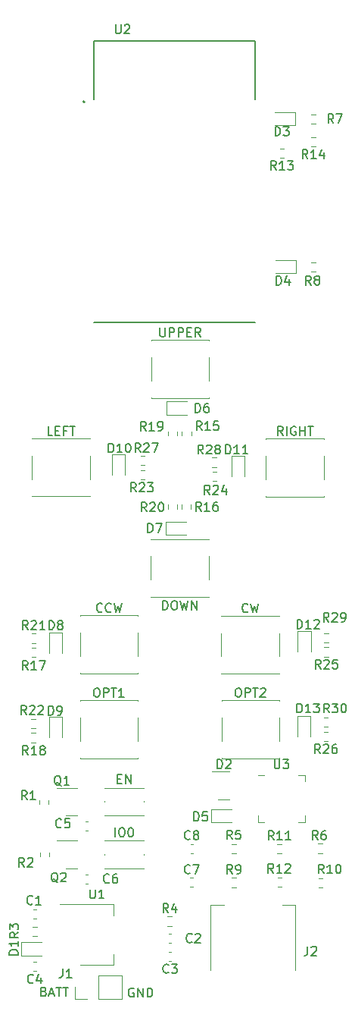
<source format=gto>
G04 #@! TF.GenerationSoftware,KiCad,Pcbnew,6.0.2+dfsg-1*
G04 #@! TF.CreationDate,2024-03-31T18:10:35+09:00*
G04 #@! TF.ProjectId,remote_controller,72656d6f-7465-45f6-936f-6e74726f6c6c,rev?*
G04 #@! TF.SameCoordinates,Original*
G04 #@! TF.FileFunction,Legend,Top*
G04 #@! TF.FilePolarity,Positive*
%FSLAX46Y46*%
G04 Gerber Fmt 4.6, Leading zero omitted, Abs format (unit mm)*
G04 Created by KiCad (PCBNEW 6.0.2+dfsg-1) date 2024-03-31 18:10:35*
%MOMM*%
%LPD*%
G01*
G04 APERTURE LIST*
%ADD10C,0.150000*%
%ADD11C,0.120000*%
%ADD12C,0.127000*%
%ADD13C,0.200000*%
G04 APERTURE END LIST*
D10*
X100418095Y-128070000D02*
X100322857Y-128022380D01*
X100180000Y-128022380D01*
X100037142Y-128070000D01*
X99941904Y-128165238D01*
X99894285Y-128260476D01*
X99846666Y-128450952D01*
X99846666Y-128593809D01*
X99894285Y-128784285D01*
X99941904Y-128879523D01*
X100037142Y-128974761D01*
X100180000Y-129022380D01*
X100275238Y-129022380D01*
X100418095Y-128974761D01*
X100465714Y-128927142D01*
X100465714Y-128593809D01*
X100275238Y-128593809D01*
X100894285Y-129022380D02*
X100894285Y-128022380D01*
X101465714Y-129022380D01*
X101465714Y-128022380D01*
X101941904Y-129022380D02*
X101941904Y-128022380D01*
X102180000Y-128022380D01*
X102322857Y-128070000D01*
X102418095Y-128165238D01*
X102465714Y-128260476D01*
X102513333Y-128450952D01*
X102513333Y-128593809D01*
X102465714Y-128784285D01*
X102418095Y-128879523D01*
X102322857Y-128974761D01*
X102180000Y-129022380D01*
X101941904Y-129022380D01*
X90390952Y-128418571D02*
X90533809Y-128466190D01*
X90581428Y-128513809D01*
X90629047Y-128609047D01*
X90629047Y-128751904D01*
X90581428Y-128847142D01*
X90533809Y-128894761D01*
X90438571Y-128942380D01*
X90057619Y-128942380D01*
X90057619Y-127942380D01*
X90390952Y-127942380D01*
X90486190Y-127990000D01*
X90533809Y-128037619D01*
X90581428Y-128132857D01*
X90581428Y-128228095D01*
X90533809Y-128323333D01*
X90486190Y-128370952D01*
X90390952Y-128418571D01*
X90057619Y-128418571D01*
X91010000Y-128656666D02*
X91486190Y-128656666D01*
X90914761Y-128942380D02*
X91248095Y-127942380D01*
X91581428Y-128942380D01*
X91771904Y-127942380D02*
X92343333Y-127942380D01*
X92057619Y-128942380D02*
X92057619Y-127942380D01*
X92533809Y-127942380D02*
X93105238Y-127942380D01*
X92819523Y-128942380D02*
X92819523Y-127942380D01*
G04 #@! TO.C,R28*
X108197142Y-68402380D02*
X107863809Y-67926190D01*
X107625714Y-68402380D02*
X107625714Y-67402380D01*
X108006666Y-67402380D01*
X108101904Y-67450000D01*
X108149523Y-67497619D01*
X108197142Y-67592857D01*
X108197142Y-67735714D01*
X108149523Y-67830952D01*
X108101904Y-67878571D01*
X108006666Y-67926190D01*
X107625714Y-67926190D01*
X108578095Y-67497619D02*
X108625714Y-67450000D01*
X108720952Y-67402380D01*
X108959047Y-67402380D01*
X109054285Y-67450000D01*
X109101904Y-67497619D01*
X109149523Y-67592857D01*
X109149523Y-67688095D01*
X109101904Y-67830952D01*
X108530476Y-68402380D01*
X109149523Y-68402380D01*
X109720952Y-67830952D02*
X109625714Y-67783333D01*
X109578095Y-67735714D01*
X109530476Y-67640476D01*
X109530476Y-67592857D01*
X109578095Y-67497619D01*
X109625714Y-67450000D01*
X109720952Y-67402380D01*
X109911428Y-67402380D01*
X110006666Y-67450000D01*
X110054285Y-67497619D01*
X110101904Y-67592857D01*
X110101904Y-67640476D01*
X110054285Y-67735714D01*
X110006666Y-67783333D01*
X109911428Y-67830952D01*
X109720952Y-67830952D01*
X109625714Y-67878571D01*
X109578095Y-67926190D01*
X109530476Y-68021428D01*
X109530476Y-68211904D01*
X109578095Y-68307142D01*
X109625714Y-68354761D01*
X109720952Y-68402380D01*
X109911428Y-68402380D01*
X110006666Y-68354761D01*
X110054285Y-68307142D01*
X110101904Y-68211904D01*
X110101904Y-68021428D01*
X110054285Y-67926190D01*
X110006666Y-67878571D01*
X109911428Y-67830952D01*
G04 #@! TO.C,U3*
X116178095Y-102512380D02*
X116178095Y-103321904D01*
X116225714Y-103417142D01*
X116273333Y-103464761D01*
X116368571Y-103512380D01*
X116559047Y-103512380D01*
X116654285Y-103464761D01*
X116701904Y-103417142D01*
X116749523Y-103321904D01*
X116749523Y-102512380D01*
X117130476Y-102512380D02*
X117749523Y-102512380D01*
X117416190Y-102893333D01*
X117559047Y-102893333D01*
X117654285Y-102940952D01*
X117701904Y-102988571D01*
X117749523Y-103083809D01*
X117749523Y-103321904D01*
X117701904Y-103417142D01*
X117654285Y-103464761D01*
X117559047Y-103512380D01*
X117273333Y-103512380D01*
X117178095Y-103464761D01*
X117130476Y-103417142D01*
G04 #@! TO.C,R29*
X122237142Y-87132380D02*
X121903809Y-86656190D01*
X121665714Y-87132380D02*
X121665714Y-86132380D01*
X122046666Y-86132380D01*
X122141904Y-86180000D01*
X122189523Y-86227619D01*
X122237142Y-86322857D01*
X122237142Y-86465714D01*
X122189523Y-86560952D01*
X122141904Y-86608571D01*
X122046666Y-86656190D01*
X121665714Y-86656190D01*
X122618095Y-86227619D02*
X122665714Y-86180000D01*
X122760952Y-86132380D01*
X122999047Y-86132380D01*
X123094285Y-86180000D01*
X123141904Y-86227619D01*
X123189523Y-86322857D01*
X123189523Y-86418095D01*
X123141904Y-86560952D01*
X122570476Y-87132380D01*
X123189523Y-87132380D01*
X123665714Y-87132380D02*
X123856190Y-87132380D01*
X123951428Y-87084761D01*
X123999047Y-87037142D01*
X124094285Y-86894285D01*
X124141904Y-86703809D01*
X124141904Y-86322857D01*
X124094285Y-86227619D01*
X124046666Y-86180000D01*
X123951428Y-86132380D01*
X123760952Y-86132380D01*
X123665714Y-86180000D01*
X123618095Y-86227619D01*
X123570476Y-86322857D01*
X123570476Y-86560952D01*
X123618095Y-86656190D01*
X123665714Y-86703809D01*
X123760952Y-86751428D01*
X123951428Y-86751428D01*
X124046666Y-86703809D01*
X124094285Y-86656190D01*
X124141904Y-86560952D01*
G04 #@! TO.C,D13*
X118695714Y-97262380D02*
X118695714Y-96262380D01*
X118933809Y-96262380D01*
X119076666Y-96310000D01*
X119171904Y-96405238D01*
X119219523Y-96500476D01*
X119267142Y-96690952D01*
X119267142Y-96833809D01*
X119219523Y-97024285D01*
X119171904Y-97119523D01*
X119076666Y-97214761D01*
X118933809Y-97262380D01*
X118695714Y-97262380D01*
X120219523Y-97262380D02*
X119648095Y-97262380D01*
X119933809Y-97262380D02*
X119933809Y-96262380D01*
X119838571Y-96405238D01*
X119743333Y-96500476D01*
X119648095Y-96548095D01*
X120552857Y-96262380D02*
X121171904Y-96262380D01*
X120838571Y-96643333D01*
X120981428Y-96643333D01*
X121076666Y-96690952D01*
X121124285Y-96738571D01*
X121171904Y-96833809D01*
X121171904Y-97071904D01*
X121124285Y-97167142D01*
X121076666Y-97214761D01*
X120981428Y-97262380D01*
X120695714Y-97262380D01*
X120600476Y-97214761D01*
X120552857Y-97167142D01*
G04 #@! TO.C,IO0*
X98330000Y-111132380D02*
X98330000Y-110132380D01*
X98996666Y-110132380D02*
X99187142Y-110132380D01*
X99282380Y-110180000D01*
X99377619Y-110275238D01*
X99425238Y-110465714D01*
X99425238Y-110799047D01*
X99377619Y-110989523D01*
X99282380Y-111084761D01*
X99187142Y-111132380D01*
X98996666Y-111132380D01*
X98901428Y-111084761D01*
X98806190Y-110989523D01*
X98758571Y-110799047D01*
X98758571Y-110465714D01*
X98806190Y-110275238D01*
X98901428Y-110180000D01*
X98996666Y-110132380D01*
X100044285Y-110132380D02*
X100139523Y-110132380D01*
X100234761Y-110180000D01*
X100282380Y-110227619D01*
X100330000Y-110322857D01*
X100377619Y-110513333D01*
X100377619Y-110751428D01*
X100330000Y-110941904D01*
X100282380Y-111037142D01*
X100234761Y-111084761D01*
X100139523Y-111132380D01*
X100044285Y-111132380D01*
X99949047Y-111084761D01*
X99901428Y-111037142D01*
X99853809Y-110941904D01*
X99806190Y-110751428D01*
X99806190Y-110513333D01*
X99853809Y-110322857D01*
X99901428Y-110227619D01*
X99949047Y-110180000D01*
X100044285Y-110132380D01*
G04 #@! TO.C,C1*
X89103333Y-118607142D02*
X89055714Y-118654761D01*
X88912857Y-118702380D01*
X88817619Y-118702380D01*
X88674761Y-118654761D01*
X88579523Y-118559523D01*
X88531904Y-118464285D01*
X88484285Y-118273809D01*
X88484285Y-118130952D01*
X88531904Y-117940476D01*
X88579523Y-117845238D01*
X88674761Y-117750000D01*
X88817619Y-117702380D01*
X88912857Y-117702380D01*
X89055714Y-117750000D01*
X89103333Y-117797619D01*
X90055714Y-118702380D02*
X89484285Y-118702380D01*
X89770000Y-118702380D02*
X89770000Y-117702380D01*
X89674761Y-117845238D01*
X89579523Y-117940476D01*
X89484285Y-117988095D01*
G04 #@! TO.C,OPT2*
X112027619Y-94532380D02*
X112218095Y-94532380D01*
X112313333Y-94580000D01*
X112408571Y-94675238D01*
X112456190Y-94865714D01*
X112456190Y-95199047D01*
X112408571Y-95389523D01*
X112313333Y-95484761D01*
X112218095Y-95532380D01*
X112027619Y-95532380D01*
X111932380Y-95484761D01*
X111837142Y-95389523D01*
X111789523Y-95199047D01*
X111789523Y-94865714D01*
X111837142Y-94675238D01*
X111932380Y-94580000D01*
X112027619Y-94532380D01*
X112884761Y-95532380D02*
X112884761Y-94532380D01*
X113265714Y-94532380D01*
X113360952Y-94580000D01*
X113408571Y-94627619D01*
X113456190Y-94722857D01*
X113456190Y-94865714D01*
X113408571Y-94960952D01*
X113360952Y-95008571D01*
X113265714Y-95056190D01*
X112884761Y-95056190D01*
X113741904Y-94532380D02*
X114313333Y-94532380D01*
X114027619Y-95532380D02*
X114027619Y-94532380D01*
X114599047Y-94627619D02*
X114646666Y-94580000D01*
X114741904Y-94532380D01*
X114980000Y-94532380D01*
X115075238Y-94580000D01*
X115122857Y-94627619D01*
X115170476Y-94722857D01*
X115170476Y-94818095D01*
X115122857Y-94960952D01*
X114551428Y-95532380D01*
X115170476Y-95532380D01*
G04 #@! TO.C,R13*
X116352142Y-36702380D02*
X116018809Y-36226190D01*
X115780714Y-36702380D02*
X115780714Y-35702380D01*
X116161666Y-35702380D01*
X116256904Y-35750000D01*
X116304523Y-35797619D01*
X116352142Y-35892857D01*
X116352142Y-36035714D01*
X116304523Y-36130952D01*
X116256904Y-36178571D01*
X116161666Y-36226190D01*
X115780714Y-36226190D01*
X117304523Y-36702380D02*
X116733095Y-36702380D01*
X117018809Y-36702380D02*
X117018809Y-35702380D01*
X116923571Y-35845238D01*
X116828333Y-35940476D01*
X116733095Y-35988095D01*
X117637857Y-35702380D02*
X118256904Y-35702380D01*
X117923571Y-36083333D01*
X118066428Y-36083333D01*
X118161666Y-36130952D01*
X118209285Y-36178571D01*
X118256904Y-36273809D01*
X118256904Y-36511904D01*
X118209285Y-36607142D01*
X118161666Y-36654761D01*
X118066428Y-36702380D01*
X117780714Y-36702380D01*
X117685476Y-36654761D01*
X117637857Y-36607142D01*
G04 #@! TO.C,C3*
X104323333Y-126257142D02*
X104275714Y-126304761D01*
X104132857Y-126352380D01*
X104037619Y-126352380D01*
X103894761Y-126304761D01*
X103799523Y-126209523D01*
X103751904Y-126114285D01*
X103704285Y-125923809D01*
X103704285Y-125780952D01*
X103751904Y-125590476D01*
X103799523Y-125495238D01*
X103894761Y-125400000D01*
X104037619Y-125352380D01*
X104132857Y-125352380D01*
X104275714Y-125400000D01*
X104323333Y-125447619D01*
X104656666Y-125352380D02*
X105275714Y-125352380D01*
X104942380Y-125733333D01*
X105085238Y-125733333D01*
X105180476Y-125780952D01*
X105228095Y-125828571D01*
X105275714Y-125923809D01*
X105275714Y-126161904D01*
X105228095Y-126257142D01*
X105180476Y-126304761D01*
X105085238Y-126352380D01*
X104799523Y-126352380D01*
X104704285Y-126304761D01*
X104656666Y-126257142D01*
G04 #@! TO.C,R8*
X120263333Y-49532380D02*
X119930000Y-49056190D01*
X119691904Y-49532380D02*
X119691904Y-48532380D01*
X120072857Y-48532380D01*
X120168095Y-48580000D01*
X120215714Y-48627619D01*
X120263333Y-48722857D01*
X120263333Y-48865714D01*
X120215714Y-48960952D01*
X120168095Y-49008571D01*
X120072857Y-49056190D01*
X119691904Y-49056190D01*
X120834761Y-48960952D02*
X120739523Y-48913333D01*
X120691904Y-48865714D01*
X120644285Y-48770476D01*
X120644285Y-48722857D01*
X120691904Y-48627619D01*
X120739523Y-48580000D01*
X120834761Y-48532380D01*
X121025238Y-48532380D01*
X121120476Y-48580000D01*
X121168095Y-48627619D01*
X121215714Y-48722857D01*
X121215714Y-48770476D01*
X121168095Y-48865714D01*
X121120476Y-48913333D01*
X121025238Y-48960952D01*
X120834761Y-48960952D01*
X120739523Y-49008571D01*
X120691904Y-49056190D01*
X120644285Y-49151428D01*
X120644285Y-49341904D01*
X120691904Y-49437142D01*
X120739523Y-49484761D01*
X120834761Y-49532380D01*
X121025238Y-49532380D01*
X121120476Y-49484761D01*
X121168095Y-49437142D01*
X121215714Y-49341904D01*
X121215714Y-49151428D01*
X121168095Y-49056190D01*
X121120476Y-49008571D01*
X121025238Y-48960952D01*
G04 #@! TO.C,D11*
X110705714Y-68382380D02*
X110705714Y-67382380D01*
X110943809Y-67382380D01*
X111086666Y-67430000D01*
X111181904Y-67525238D01*
X111229523Y-67620476D01*
X111277142Y-67810952D01*
X111277142Y-67953809D01*
X111229523Y-68144285D01*
X111181904Y-68239523D01*
X111086666Y-68334761D01*
X110943809Y-68382380D01*
X110705714Y-68382380D01*
X112229523Y-68382380D02*
X111658095Y-68382380D01*
X111943809Y-68382380D02*
X111943809Y-67382380D01*
X111848571Y-67525238D01*
X111753333Y-67620476D01*
X111658095Y-67668095D01*
X113181904Y-68382380D02*
X112610476Y-68382380D01*
X112896190Y-68382380D02*
X112896190Y-67382380D01*
X112800952Y-67525238D01*
X112705714Y-67620476D01*
X112610476Y-67668095D01*
G04 #@! TO.C,U1*
X95538095Y-117012380D02*
X95538095Y-117821904D01*
X95585714Y-117917142D01*
X95633333Y-117964761D01*
X95728571Y-118012380D01*
X95919047Y-118012380D01*
X96014285Y-117964761D01*
X96061904Y-117917142D01*
X96109523Y-117821904D01*
X96109523Y-117012380D01*
X97109523Y-118012380D02*
X96538095Y-118012380D01*
X96823809Y-118012380D02*
X96823809Y-117012380D01*
X96728571Y-117155238D01*
X96633333Y-117250476D01*
X96538095Y-117298095D01*
G04 #@! TO.C,R21*
X88582142Y-88014880D02*
X88248809Y-87538690D01*
X88010714Y-88014880D02*
X88010714Y-87014880D01*
X88391666Y-87014880D01*
X88486904Y-87062500D01*
X88534523Y-87110119D01*
X88582142Y-87205357D01*
X88582142Y-87348214D01*
X88534523Y-87443452D01*
X88486904Y-87491071D01*
X88391666Y-87538690D01*
X88010714Y-87538690D01*
X88963095Y-87110119D02*
X89010714Y-87062500D01*
X89105952Y-87014880D01*
X89344047Y-87014880D01*
X89439285Y-87062500D01*
X89486904Y-87110119D01*
X89534523Y-87205357D01*
X89534523Y-87300595D01*
X89486904Y-87443452D01*
X88915476Y-88014880D01*
X89534523Y-88014880D01*
X90486904Y-88014880D02*
X89915476Y-88014880D01*
X90201190Y-88014880D02*
X90201190Y-87014880D01*
X90105952Y-87157738D01*
X90010714Y-87252976D01*
X89915476Y-87300595D01*
G04 #@! TO.C,D9*
X90891904Y-97532380D02*
X90891904Y-96532380D01*
X91130000Y-96532380D01*
X91272857Y-96580000D01*
X91368095Y-96675238D01*
X91415714Y-96770476D01*
X91463333Y-96960952D01*
X91463333Y-97103809D01*
X91415714Y-97294285D01*
X91368095Y-97389523D01*
X91272857Y-97484761D01*
X91130000Y-97532380D01*
X90891904Y-97532380D01*
X91939523Y-97532380D02*
X92130000Y-97532380D01*
X92225238Y-97484761D01*
X92272857Y-97437142D01*
X92368095Y-97294285D01*
X92415714Y-97103809D01*
X92415714Y-96722857D01*
X92368095Y-96627619D01*
X92320476Y-96580000D01*
X92225238Y-96532380D01*
X92034761Y-96532380D01*
X91939523Y-96580000D01*
X91891904Y-96627619D01*
X91844285Y-96722857D01*
X91844285Y-96960952D01*
X91891904Y-97056190D01*
X91939523Y-97103809D01*
X92034761Y-97151428D01*
X92225238Y-97151428D01*
X92320476Y-97103809D01*
X92368095Y-97056190D01*
X92415714Y-96960952D01*
G04 #@! TO.C,D2*
X109791904Y-103512380D02*
X109791904Y-102512380D01*
X110030000Y-102512380D01*
X110172857Y-102560000D01*
X110268095Y-102655238D01*
X110315714Y-102750476D01*
X110363333Y-102940952D01*
X110363333Y-103083809D01*
X110315714Y-103274285D01*
X110268095Y-103369523D01*
X110172857Y-103464761D01*
X110030000Y-103512380D01*
X109791904Y-103512380D01*
X110744285Y-102607619D02*
X110791904Y-102560000D01*
X110887142Y-102512380D01*
X111125238Y-102512380D01*
X111220476Y-102560000D01*
X111268095Y-102607619D01*
X111315714Y-102702857D01*
X111315714Y-102798095D01*
X111268095Y-102940952D01*
X110696666Y-103512380D01*
X111315714Y-103512380D01*
G04 #@! TO.C,R27*
X101177142Y-68212380D02*
X100843809Y-67736190D01*
X100605714Y-68212380D02*
X100605714Y-67212380D01*
X100986666Y-67212380D01*
X101081904Y-67260000D01*
X101129523Y-67307619D01*
X101177142Y-67402857D01*
X101177142Y-67545714D01*
X101129523Y-67640952D01*
X101081904Y-67688571D01*
X100986666Y-67736190D01*
X100605714Y-67736190D01*
X101558095Y-67307619D02*
X101605714Y-67260000D01*
X101700952Y-67212380D01*
X101939047Y-67212380D01*
X102034285Y-67260000D01*
X102081904Y-67307619D01*
X102129523Y-67402857D01*
X102129523Y-67498095D01*
X102081904Y-67640952D01*
X101510476Y-68212380D01*
X102129523Y-68212380D01*
X102462857Y-67212380D02*
X103129523Y-67212380D01*
X102700952Y-68212380D01*
G04 #@! TO.C,CCW*
X96888095Y-85977142D02*
X96840476Y-86024761D01*
X96697619Y-86072380D01*
X96602380Y-86072380D01*
X96459523Y-86024761D01*
X96364285Y-85929523D01*
X96316666Y-85834285D01*
X96269047Y-85643809D01*
X96269047Y-85500952D01*
X96316666Y-85310476D01*
X96364285Y-85215238D01*
X96459523Y-85120000D01*
X96602380Y-85072380D01*
X96697619Y-85072380D01*
X96840476Y-85120000D01*
X96888095Y-85167619D01*
X97888095Y-85977142D02*
X97840476Y-86024761D01*
X97697619Y-86072380D01*
X97602380Y-86072380D01*
X97459523Y-86024761D01*
X97364285Y-85929523D01*
X97316666Y-85834285D01*
X97269047Y-85643809D01*
X97269047Y-85500952D01*
X97316666Y-85310476D01*
X97364285Y-85215238D01*
X97459523Y-85120000D01*
X97602380Y-85072380D01*
X97697619Y-85072380D01*
X97840476Y-85120000D01*
X97888095Y-85167619D01*
X98221428Y-85072380D02*
X98459523Y-86072380D01*
X98650000Y-85358095D01*
X98840476Y-86072380D01*
X99078571Y-85072380D01*
G04 #@! TO.C,R22*
X88407142Y-97482380D02*
X88073809Y-97006190D01*
X87835714Y-97482380D02*
X87835714Y-96482380D01*
X88216666Y-96482380D01*
X88311904Y-96530000D01*
X88359523Y-96577619D01*
X88407142Y-96672857D01*
X88407142Y-96815714D01*
X88359523Y-96910952D01*
X88311904Y-96958571D01*
X88216666Y-97006190D01*
X87835714Y-97006190D01*
X88788095Y-96577619D02*
X88835714Y-96530000D01*
X88930952Y-96482380D01*
X89169047Y-96482380D01*
X89264285Y-96530000D01*
X89311904Y-96577619D01*
X89359523Y-96672857D01*
X89359523Y-96768095D01*
X89311904Y-96910952D01*
X88740476Y-97482380D01*
X89359523Y-97482380D01*
X89740476Y-96577619D02*
X89788095Y-96530000D01*
X89883333Y-96482380D01*
X90121428Y-96482380D01*
X90216666Y-96530000D01*
X90264285Y-96577619D01*
X90311904Y-96672857D01*
X90311904Y-96768095D01*
X90264285Y-96910952D01*
X89692857Y-97482380D01*
X90311904Y-97482380D01*
G04 #@! TO.C,R24*
X108937142Y-72912380D02*
X108603809Y-72436190D01*
X108365714Y-72912380D02*
X108365714Y-71912380D01*
X108746666Y-71912380D01*
X108841904Y-71960000D01*
X108889523Y-72007619D01*
X108937142Y-72102857D01*
X108937142Y-72245714D01*
X108889523Y-72340952D01*
X108841904Y-72388571D01*
X108746666Y-72436190D01*
X108365714Y-72436190D01*
X109318095Y-72007619D02*
X109365714Y-71960000D01*
X109460952Y-71912380D01*
X109699047Y-71912380D01*
X109794285Y-71960000D01*
X109841904Y-72007619D01*
X109889523Y-72102857D01*
X109889523Y-72198095D01*
X109841904Y-72340952D01*
X109270476Y-72912380D01*
X109889523Y-72912380D01*
X110746666Y-72245714D02*
X110746666Y-72912380D01*
X110508571Y-71864761D02*
X110270476Y-72579047D01*
X110889523Y-72579047D01*
G04 #@! TO.C,R1*
X88483333Y-106992380D02*
X88150000Y-106516190D01*
X87911904Y-106992380D02*
X87911904Y-105992380D01*
X88292857Y-105992380D01*
X88388095Y-106040000D01*
X88435714Y-106087619D01*
X88483333Y-106182857D01*
X88483333Y-106325714D01*
X88435714Y-106420952D01*
X88388095Y-106468571D01*
X88292857Y-106516190D01*
X87911904Y-106516190D01*
X89435714Y-106992380D02*
X88864285Y-106992380D01*
X89150000Y-106992380D02*
X89150000Y-105992380D01*
X89054761Y-106135238D01*
X88959523Y-106230476D01*
X88864285Y-106278095D01*
G04 #@! TO.C,OPT1*
X96197619Y-94542380D02*
X96388095Y-94542380D01*
X96483333Y-94590000D01*
X96578571Y-94685238D01*
X96626190Y-94875714D01*
X96626190Y-95209047D01*
X96578571Y-95399523D01*
X96483333Y-95494761D01*
X96388095Y-95542380D01*
X96197619Y-95542380D01*
X96102380Y-95494761D01*
X96007142Y-95399523D01*
X95959523Y-95209047D01*
X95959523Y-94875714D01*
X96007142Y-94685238D01*
X96102380Y-94590000D01*
X96197619Y-94542380D01*
X97054761Y-95542380D02*
X97054761Y-94542380D01*
X97435714Y-94542380D01*
X97530952Y-94590000D01*
X97578571Y-94637619D01*
X97626190Y-94732857D01*
X97626190Y-94875714D01*
X97578571Y-94970952D01*
X97530952Y-95018571D01*
X97435714Y-95066190D01*
X97054761Y-95066190D01*
X97911904Y-94542380D02*
X98483333Y-94542380D01*
X98197619Y-95542380D02*
X98197619Y-94542380D01*
X99340476Y-95542380D02*
X98769047Y-95542380D01*
X99054761Y-95542380D02*
X99054761Y-94542380D01*
X98959523Y-94685238D01*
X98864285Y-94780476D01*
X98769047Y-94828095D01*
G04 #@! TO.C,DOWN*
X103686547Y-85797380D02*
X103686547Y-84797380D01*
X103924642Y-84797380D01*
X104067500Y-84845000D01*
X104162738Y-84940238D01*
X104210357Y-85035476D01*
X104257976Y-85225952D01*
X104257976Y-85368809D01*
X104210357Y-85559285D01*
X104162738Y-85654523D01*
X104067500Y-85749761D01*
X103924642Y-85797380D01*
X103686547Y-85797380D01*
X104877023Y-84797380D02*
X105067500Y-84797380D01*
X105162738Y-84845000D01*
X105257976Y-84940238D01*
X105305595Y-85130714D01*
X105305595Y-85464047D01*
X105257976Y-85654523D01*
X105162738Y-85749761D01*
X105067500Y-85797380D01*
X104877023Y-85797380D01*
X104781785Y-85749761D01*
X104686547Y-85654523D01*
X104638928Y-85464047D01*
X104638928Y-85130714D01*
X104686547Y-84940238D01*
X104781785Y-84845000D01*
X104877023Y-84797380D01*
X105638928Y-84797380D02*
X105877023Y-85797380D01*
X106067500Y-85083095D01*
X106257976Y-85797380D01*
X106496071Y-84797380D01*
X106877023Y-85797380D02*
X106877023Y-84797380D01*
X107448452Y-85797380D01*
X107448452Y-84797380D01*
G04 #@! TO.C,D3*
X116259404Y-32882380D02*
X116259404Y-31882380D01*
X116497500Y-31882380D01*
X116640357Y-31930000D01*
X116735595Y-32025238D01*
X116783214Y-32120476D01*
X116830833Y-32310952D01*
X116830833Y-32453809D01*
X116783214Y-32644285D01*
X116735595Y-32739523D01*
X116640357Y-32834761D01*
X116497500Y-32882380D01*
X116259404Y-32882380D01*
X117164166Y-31882380D02*
X117783214Y-31882380D01*
X117449880Y-32263333D01*
X117592738Y-32263333D01*
X117687976Y-32310952D01*
X117735595Y-32358571D01*
X117783214Y-32453809D01*
X117783214Y-32691904D01*
X117735595Y-32787142D01*
X117687976Y-32834761D01*
X117592738Y-32882380D01*
X117307023Y-32882380D01*
X117211785Y-32834761D01*
X117164166Y-32787142D01*
G04 #@! TO.C,R15*
X108037142Y-65752380D02*
X107703809Y-65276190D01*
X107465714Y-65752380D02*
X107465714Y-64752380D01*
X107846666Y-64752380D01*
X107941904Y-64800000D01*
X107989523Y-64847619D01*
X108037142Y-64942857D01*
X108037142Y-65085714D01*
X107989523Y-65180952D01*
X107941904Y-65228571D01*
X107846666Y-65276190D01*
X107465714Y-65276190D01*
X108989523Y-65752380D02*
X108418095Y-65752380D01*
X108703809Y-65752380D02*
X108703809Y-64752380D01*
X108608571Y-64895238D01*
X108513333Y-64990476D01*
X108418095Y-65038095D01*
X109894285Y-64752380D02*
X109418095Y-64752380D01*
X109370476Y-65228571D01*
X109418095Y-65180952D01*
X109513333Y-65133333D01*
X109751428Y-65133333D01*
X109846666Y-65180952D01*
X109894285Y-65228571D01*
X109941904Y-65323809D01*
X109941904Y-65561904D01*
X109894285Y-65657142D01*
X109846666Y-65704761D01*
X109751428Y-65752380D01*
X109513333Y-65752380D01*
X109418095Y-65704761D01*
X109370476Y-65657142D01*
G04 #@! TO.C,EN*
X98599404Y-104688571D02*
X98932738Y-104688571D01*
X99075595Y-105212380D02*
X98599404Y-105212380D01*
X98599404Y-104212380D01*
X99075595Y-104212380D01*
X99504166Y-105212380D02*
X99504166Y-104212380D01*
X100075595Y-105212380D01*
X100075595Y-104212380D01*
G04 #@! TO.C,R16*
X107957142Y-74772380D02*
X107623809Y-74296190D01*
X107385714Y-74772380D02*
X107385714Y-73772380D01*
X107766666Y-73772380D01*
X107861904Y-73820000D01*
X107909523Y-73867619D01*
X107957142Y-73962857D01*
X107957142Y-74105714D01*
X107909523Y-74200952D01*
X107861904Y-74248571D01*
X107766666Y-74296190D01*
X107385714Y-74296190D01*
X108909523Y-74772380D02*
X108338095Y-74772380D01*
X108623809Y-74772380D02*
X108623809Y-73772380D01*
X108528571Y-73915238D01*
X108433333Y-74010476D01*
X108338095Y-74058095D01*
X109766666Y-73772380D02*
X109576190Y-73772380D01*
X109480952Y-73820000D01*
X109433333Y-73867619D01*
X109338095Y-74010476D01*
X109290476Y-74200952D01*
X109290476Y-74581904D01*
X109338095Y-74677142D01*
X109385714Y-74724761D01*
X109480952Y-74772380D01*
X109671428Y-74772380D01*
X109766666Y-74724761D01*
X109814285Y-74677142D01*
X109861904Y-74581904D01*
X109861904Y-74343809D01*
X109814285Y-74248571D01*
X109766666Y-74200952D01*
X109671428Y-74153333D01*
X109480952Y-74153333D01*
X109385714Y-74200952D01*
X109338095Y-74248571D01*
X109290476Y-74343809D01*
G04 #@! TO.C,R7*
X122763333Y-31472380D02*
X122430000Y-30996190D01*
X122191904Y-31472380D02*
X122191904Y-30472380D01*
X122572857Y-30472380D01*
X122668095Y-30520000D01*
X122715714Y-30567619D01*
X122763333Y-30662857D01*
X122763333Y-30805714D01*
X122715714Y-30900952D01*
X122668095Y-30948571D01*
X122572857Y-30996190D01*
X122191904Y-30996190D01*
X123096666Y-30472380D02*
X123763333Y-30472380D01*
X123334761Y-31472380D01*
G04 #@! TO.C,RIGHT*
X117109166Y-66322380D02*
X116775833Y-65846190D01*
X116537738Y-66322380D02*
X116537738Y-65322380D01*
X116918690Y-65322380D01*
X117013928Y-65370000D01*
X117061547Y-65417619D01*
X117109166Y-65512857D01*
X117109166Y-65655714D01*
X117061547Y-65750952D01*
X117013928Y-65798571D01*
X116918690Y-65846190D01*
X116537738Y-65846190D01*
X117537738Y-66322380D02*
X117537738Y-65322380D01*
X118537738Y-65370000D02*
X118442500Y-65322380D01*
X118299642Y-65322380D01*
X118156785Y-65370000D01*
X118061547Y-65465238D01*
X118013928Y-65560476D01*
X117966309Y-65750952D01*
X117966309Y-65893809D01*
X118013928Y-66084285D01*
X118061547Y-66179523D01*
X118156785Y-66274761D01*
X118299642Y-66322380D01*
X118394880Y-66322380D01*
X118537738Y-66274761D01*
X118585357Y-66227142D01*
X118585357Y-65893809D01*
X118394880Y-65893809D01*
X119013928Y-66322380D02*
X119013928Y-65322380D01*
X119013928Y-65798571D02*
X119585357Y-65798571D01*
X119585357Y-66322380D02*
X119585357Y-65322380D01*
X119918690Y-65322380D02*
X120490119Y-65322380D01*
X120204404Y-66322380D02*
X120204404Y-65322380D01*
G04 #@! TO.C,Q2*
X91944761Y-116237619D02*
X91849523Y-116190000D01*
X91754285Y-116094761D01*
X91611428Y-115951904D01*
X91516190Y-115904285D01*
X91420952Y-115904285D01*
X91468571Y-116142380D02*
X91373333Y-116094761D01*
X91278095Y-115999523D01*
X91230476Y-115809047D01*
X91230476Y-115475714D01*
X91278095Y-115285238D01*
X91373333Y-115190000D01*
X91468571Y-115142380D01*
X91659047Y-115142380D01*
X91754285Y-115190000D01*
X91849523Y-115285238D01*
X91897142Y-115475714D01*
X91897142Y-115809047D01*
X91849523Y-115999523D01*
X91754285Y-116094761D01*
X91659047Y-116142380D01*
X91468571Y-116142380D01*
X92278095Y-115237619D02*
X92325714Y-115190000D01*
X92420952Y-115142380D01*
X92659047Y-115142380D01*
X92754285Y-115190000D01*
X92801904Y-115237619D01*
X92849523Y-115332857D01*
X92849523Y-115428095D01*
X92801904Y-115570952D01*
X92230476Y-116142380D01*
X92849523Y-116142380D01*
G04 #@! TO.C,C7*
X106728333Y-115167142D02*
X106680714Y-115214761D01*
X106537857Y-115262380D01*
X106442619Y-115262380D01*
X106299761Y-115214761D01*
X106204523Y-115119523D01*
X106156904Y-115024285D01*
X106109285Y-114833809D01*
X106109285Y-114690952D01*
X106156904Y-114500476D01*
X106204523Y-114405238D01*
X106299761Y-114310000D01*
X106442619Y-114262380D01*
X106537857Y-114262380D01*
X106680714Y-114310000D01*
X106728333Y-114357619D01*
X107061666Y-114262380D02*
X107728333Y-114262380D01*
X107299761Y-115262380D01*
G04 #@! TO.C,C5*
X92333333Y-110027142D02*
X92285714Y-110074761D01*
X92142857Y-110122380D01*
X92047619Y-110122380D01*
X91904761Y-110074761D01*
X91809523Y-109979523D01*
X91761904Y-109884285D01*
X91714285Y-109693809D01*
X91714285Y-109550952D01*
X91761904Y-109360476D01*
X91809523Y-109265238D01*
X91904761Y-109170000D01*
X92047619Y-109122380D01*
X92142857Y-109122380D01*
X92285714Y-109170000D01*
X92333333Y-109217619D01*
X93238095Y-109122380D02*
X92761904Y-109122380D01*
X92714285Y-109598571D01*
X92761904Y-109550952D01*
X92857142Y-109503333D01*
X93095238Y-109503333D01*
X93190476Y-109550952D01*
X93238095Y-109598571D01*
X93285714Y-109693809D01*
X93285714Y-109931904D01*
X93238095Y-110027142D01*
X93190476Y-110074761D01*
X93095238Y-110122380D01*
X92857142Y-110122380D01*
X92761904Y-110074761D01*
X92714285Y-110027142D01*
G04 #@! TO.C,C8*
X106738333Y-111367142D02*
X106690714Y-111414761D01*
X106547857Y-111462380D01*
X106452619Y-111462380D01*
X106309761Y-111414761D01*
X106214523Y-111319523D01*
X106166904Y-111224285D01*
X106119285Y-111033809D01*
X106119285Y-110890952D01*
X106166904Y-110700476D01*
X106214523Y-110605238D01*
X106309761Y-110510000D01*
X106452619Y-110462380D01*
X106547857Y-110462380D01*
X106690714Y-110510000D01*
X106738333Y-110557619D01*
X107309761Y-110890952D02*
X107214523Y-110843333D01*
X107166904Y-110795714D01*
X107119285Y-110700476D01*
X107119285Y-110652857D01*
X107166904Y-110557619D01*
X107214523Y-110510000D01*
X107309761Y-110462380D01*
X107500238Y-110462380D01*
X107595476Y-110510000D01*
X107643095Y-110557619D01*
X107690714Y-110652857D01*
X107690714Y-110700476D01*
X107643095Y-110795714D01*
X107595476Y-110843333D01*
X107500238Y-110890952D01*
X107309761Y-110890952D01*
X107214523Y-110938571D01*
X107166904Y-110986190D01*
X107119285Y-111081428D01*
X107119285Y-111271904D01*
X107166904Y-111367142D01*
X107214523Y-111414761D01*
X107309761Y-111462380D01*
X107500238Y-111462380D01*
X107595476Y-111414761D01*
X107643095Y-111367142D01*
X107690714Y-111271904D01*
X107690714Y-111081428D01*
X107643095Y-110986190D01*
X107595476Y-110938571D01*
X107500238Y-110890952D01*
G04 #@! TO.C,D6*
X107331904Y-63762380D02*
X107331904Y-62762380D01*
X107570000Y-62762380D01*
X107712857Y-62810000D01*
X107808095Y-62905238D01*
X107855714Y-63000476D01*
X107903333Y-63190952D01*
X107903333Y-63333809D01*
X107855714Y-63524285D01*
X107808095Y-63619523D01*
X107712857Y-63714761D01*
X107570000Y-63762380D01*
X107331904Y-63762380D01*
X108760476Y-62762380D02*
X108570000Y-62762380D01*
X108474761Y-62810000D01*
X108427142Y-62857619D01*
X108331904Y-63000476D01*
X108284285Y-63190952D01*
X108284285Y-63571904D01*
X108331904Y-63667142D01*
X108379523Y-63714761D01*
X108474761Y-63762380D01*
X108665238Y-63762380D01*
X108760476Y-63714761D01*
X108808095Y-63667142D01*
X108855714Y-63571904D01*
X108855714Y-63333809D01*
X108808095Y-63238571D01*
X108760476Y-63190952D01*
X108665238Y-63143333D01*
X108474761Y-63143333D01*
X108379523Y-63190952D01*
X108331904Y-63238571D01*
X108284285Y-63333809D01*
G04 #@! TO.C,J1*
X92496666Y-125872380D02*
X92496666Y-126586666D01*
X92449047Y-126729523D01*
X92353809Y-126824761D01*
X92210952Y-126872380D01*
X92115714Y-126872380D01*
X93496666Y-126872380D02*
X92925238Y-126872380D01*
X93210952Y-126872380D02*
X93210952Y-125872380D01*
X93115714Y-126015238D01*
X93020476Y-126110476D01*
X92925238Y-126158095D01*
G04 #@! TO.C,D7*
X102011904Y-77162380D02*
X102011904Y-76162380D01*
X102250000Y-76162380D01*
X102392857Y-76210000D01*
X102488095Y-76305238D01*
X102535714Y-76400476D01*
X102583333Y-76590952D01*
X102583333Y-76733809D01*
X102535714Y-76924285D01*
X102488095Y-77019523D01*
X102392857Y-77114761D01*
X102250000Y-77162380D01*
X102011904Y-77162380D01*
X102916666Y-76162380D02*
X103583333Y-76162380D01*
X103154761Y-77162380D01*
G04 #@! TO.C,R23*
X100687142Y-72622380D02*
X100353809Y-72146190D01*
X100115714Y-72622380D02*
X100115714Y-71622380D01*
X100496666Y-71622380D01*
X100591904Y-71670000D01*
X100639523Y-71717619D01*
X100687142Y-71812857D01*
X100687142Y-71955714D01*
X100639523Y-72050952D01*
X100591904Y-72098571D01*
X100496666Y-72146190D01*
X100115714Y-72146190D01*
X101068095Y-71717619D02*
X101115714Y-71670000D01*
X101210952Y-71622380D01*
X101449047Y-71622380D01*
X101544285Y-71670000D01*
X101591904Y-71717619D01*
X101639523Y-71812857D01*
X101639523Y-71908095D01*
X101591904Y-72050952D01*
X101020476Y-72622380D01*
X101639523Y-72622380D01*
X101972857Y-71622380D02*
X102591904Y-71622380D01*
X102258571Y-72003333D01*
X102401428Y-72003333D01*
X102496666Y-72050952D01*
X102544285Y-72098571D01*
X102591904Y-72193809D01*
X102591904Y-72431904D01*
X102544285Y-72527142D01*
X102496666Y-72574761D01*
X102401428Y-72622380D01*
X102115714Y-72622380D01*
X102020476Y-72574761D01*
X101972857Y-72527142D01*
G04 #@! TO.C,J2*
X119876666Y-123382380D02*
X119876666Y-124096666D01*
X119829047Y-124239523D01*
X119733809Y-124334761D01*
X119590952Y-124382380D01*
X119495714Y-124382380D01*
X120305238Y-123477619D02*
X120352857Y-123430000D01*
X120448095Y-123382380D01*
X120686190Y-123382380D01*
X120781428Y-123430000D01*
X120829047Y-123477619D01*
X120876666Y-123572857D01*
X120876666Y-123668095D01*
X120829047Y-123810952D01*
X120257619Y-124382380D01*
X120876666Y-124382380D01*
G04 #@! TO.C,R11*
X116087142Y-111482380D02*
X115753809Y-111006190D01*
X115515714Y-111482380D02*
X115515714Y-110482380D01*
X115896666Y-110482380D01*
X115991904Y-110530000D01*
X116039523Y-110577619D01*
X116087142Y-110672857D01*
X116087142Y-110815714D01*
X116039523Y-110910952D01*
X115991904Y-110958571D01*
X115896666Y-111006190D01*
X115515714Y-111006190D01*
X117039523Y-111482380D02*
X116468095Y-111482380D01*
X116753809Y-111482380D02*
X116753809Y-110482380D01*
X116658571Y-110625238D01*
X116563333Y-110720476D01*
X116468095Y-110768095D01*
X117991904Y-111482380D02*
X117420476Y-111482380D01*
X117706190Y-111482380D02*
X117706190Y-110482380D01*
X117610952Y-110625238D01*
X117515714Y-110720476D01*
X117420476Y-110768095D01*
G04 #@! TO.C,R20*
X101867142Y-74822380D02*
X101533809Y-74346190D01*
X101295714Y-74822380D02*
X101295714Y-73822380D01*
X101676666Y-73822380D01*
X101771904Y-73870000D01*
X101819523Y-73917619D01*
X101867142Y-74012857D01*
X101867142Y-74155714D01*
X101819523Y-74250952D01*
X101771904Y-74298571D01*
X101676666Y-74346190D01*
X101295714Y-74346190D01*
X102248095Y-73917619D02*
X102295714Y-73870000D01*
X102390952Y-73822380D01*
X102629047Y-73822380D01*
X102724285Y-73870000D01*
X102771904Y-73917619D01*
X102819523Y-74012857D01*
X102819523Y-74108095D01*
X102771904Y-74250952D01*
X102200476Y-74822380D01*
X102819523Y-74822380D01*
X103438571Y-73822380D02*
X103533809Y-73822380D01*
X103629047Y-73870000D01*
X103676666Y-73917619D01*
X103724285Y-74012857D01*
X103771904Y-74203333D01*
X103771904Y-74441428D01*
X103724285Y-74631904D01*
X103676666Y-74727142D01*
X103629047Y-74774761D01*
X103533809Y-74822380D01*
X103438571Y-74822380D01*
X103343333Y-74774761D01*
X103295714Y-74727142D01*
X103248095Y-74631904D01*
X103200476Y-74441428D01*
X103200476Y-74203333D01*
X103248095Y-74012857D01*
X103295714Y-73917619D01*
X103343333Y-73870000D01*
X103438571Y-73822380D01*
G04 #@! TO.C,R6*
X121013333Y-111462380D02*
X120680000Y-110986190D01*
X120441904Y-111462380D02*
X120441904Y-110462380D01*
X120822857Y-110462380D01*
X120918095Y-110510000D01*
X120965714Y-110557619D01*
X121013333Y-110652857D01*
X121013333Y-110795714D01*
X120965714Y-110890952D01*
X120918095Y-110938571D01*
X120822857Y-110986190D01*
X120441904Y-110986190D01*
X121870476Y-110462380D02*
X121680000Y-110462380D01*
X121584761Y-110510000D01*
X121537142Y-110557619D01*
X121441904Y-110700476D01*
X121394285Y-110890952D01*
X121394285Y-111271904D01*
X121441904Y-111367142D01*
X121489523Y-111414761D01*
X121584761Y-111462380D01*
X121775238Y-111462380D01*
X121870476Y-111414761D01*
X121918095Y-111367142D01*
X121965714Y-111271904D01*
X121965714Y-111033809D01*
X121918095Y-110938571D01*
X121870476Y-110890952D01*
X121775238Y-110843333D01*
X121584761Y-110843333D01*
X121489523Y-110890952D01*
X121441904Y-110938571D01*
X121394285Y-111033809D01*
G04 #@! TO.C,R18*
X88607142Y-101982380D02*
X88273809Y-101506190D01*
X88035714Y-101982380D02*
X88035714Y-100982380D01*
X88416666Y-100982380D01*
X88511904Y-101030000D01*
X88559523Y-101077619D01*
X88607142Y-101172857D01*
X88607142Y-101315714D01*
X88559523Y-101410952D01*
X88511904Y-101458571D01*
X88416666Y-101506190D01*
X88035714Y-101506190D01*
X89559523Y-101982380D02*
X88988095Y-101982380D01*
X89273809Y-101982380D02*
X89273809Y-100982380D01*
X89178571Y-101125238D01*
X89083333Y-101220476D01*
X88988095Y-101268095D01*
X90130952Y-101410952D02*
X90035714Y-101363333D01*
X89988095Y-101315714D01*
X89940476Y-101220476D01*
X89940476Y-101172857D01*
X89988095Y-101077619D01*
X90035714Y-101030000D01*
X90130952Y-100982380D01*
X90321428Y-100982380D01*
X90416666Y-101030000D01*
X90464285Y-101077619D01*
X90511904Y-101172857D01*
X90511904Y-101220476D01*
X90464285Y-101315714D01*
X90416666Y-101363333D01*
X90321428Y-101410952D01*
X90130952Y-101410952D01*
X90035714Y-101458571D01*
X89988095Y-101506190D01*
X89940476Y-101601428D01*
X89940476Y-101791904D01*
X89988095Y-101887142D01*
X90035714Y-101934761D01*
X90130952Y-101982380D01*
X90321428Y-101982380D01*
X90416666Y-101934761D01*
X90464285Y-101887142D01*
X90511904Y-101791904D01*
X90511904Y-101601428D01*
X90464285Y-101506190D01*
X90416666Y-101458571D01*
X90321428Y-101410952D01*
G04 #@! TO.C,UPPER*
X103361904Y-54322380D02*
X103361904Y-55131904D01*
X103409523Y-55227142D01*
X103457142Y-55274761D01*
X103552380Y-55322380D01*
X103742857Y-55322380D01*
X103838095Y-55274761D01*
X103885714Y-55227142D01*
X103933333Y-55131904D01*
X103933333Y-54322380D01*
X104409523Y-55322380D02*
X104409523Y-54322380D01*
X104790476Y-54322380D01*
X104885714Y-54370000D01*
X104933333Y-54417619D01*
X104980952Y-54512857D01*
X104980952Y-54655714D01*
X104933333Y-54750952D01*
X104885714Y-54798571D01*
X104790476Y-54846190D01*
X104409523Y-54846190D01*
X105409523Y-55322380D02*
X105409523Y-54322380D01*
X105790476Y-54322380D01*
X105885714Y-54370000D01*
X105933333Y-54417619D01*
X105980952Y-54512857D01*
X105980952Y-54655714D01*
X105933333Y-54750952D01*
X105885714Y-54798571D01*
X105790476Y-54846190D01*
X105409523Y-54846190D01*
X106409523Y-54798571D02*
X106742857Y-54798571D01*
X106885714Y-55322380D02*
X106409523Y-55322380D01*
X106409523Y-54322380D01*
X106885714Y-54322380D01*
X107885714Y-55322380D02*
X107552380Y-54846190D01*
X107314285Y-55322380D02*
X107314285Y-54322380D01*
X107695238Y-54322380D01*
X107790476Y-54370000D01*
X107838095Y-54417619D01*
X107885714Y-54512857D01*
X107885714Y-54655714D01*
X107838095Y-54750952D01*
X107790476Y-54798571D01*
X107695238Y-54846190D01*
X107314285Y-54846190D01*
G04 #@! TO.C,D10*
X97605714Y-68232380D02*
X97605714Y-67232380D01*
X97843809Y-67232380D01*
X97986666Y-67280000D01*
X98081904Y-67375238D01*
X98129523Y-67470476D01*
X98177142Y-67660952D01*
X98177142Y-67803809D01*
X98129523Y-67994285D01*
X98081904Y-68089523D01*
X97986666Y-68184761D01*
X97843809Y-68232380D01*
X97605714Y-68232380D01*
X99129523Y-68232380D02*
X98558095Y-68232380D01*
X98843809Y-68232380D02*
X98843809Y-67232380D01*
X98748571Y-67375238D01*
X98653333Y-67470476D01*
X98558095Y-67518095D01*
X99748571Y-67232380D02*
X99843809Y-67232380D01*
X99939047Y-67280000D01*
X99986666Y-67327619D01*
X100034285Y-67422857D01*
X100081904Y-67613333D01*
X100081904Y-67851428D01*
X100034285Y-68041904D01*
X99986666Y-68137142D01*
X99939047Y-68184761D01*
X99843809Y-68232380D01*
X99748571Y-68232380D01*
X99653333Y-68184761D01*
X99605714Y-68137142D01*
X99558095Y-68041904D01*
X99510476Y-67851428D01*
X99510476Y-67613333D01*
X99558095Y-67422857D01*
X99605714Y-67327619D01*
X99653333Y-67280000D01*
X99748571Y-67232380D01*
G04 #@! TO.C,R19*
X101777142Y-65802380D02*
X101443809Y-65326190D01*
X101205714Y-65802380D02*
X101205714Y-64802380D01*
X101586666Y-64802380D01*
X101681904Y-64850000D01*
X101729523Y-64897619D01*
X101777142Y-64992857D01*
X101777142Y-65135714D01*
X101729523Y-65230952D01*
X101681904Y-65278571D01*
X101586666Y-65326190D01*
X101205714Y-65326190D01*
X102729523Y-65802380D02*
X102158095Y-65802380D01*
X102443809Y-65802380D02*
X102443809Y-64802380D01*
X102348571Y-64945238D01*
X102253333Y-65040476D01*
X102158095Y-65088095D01*
X103205714Y-65802380D02*
X103396190Y-65802380D01*
X103491428Y-65754761D01*
X103539047Y-65707142D01*
X103634285Y-65564285D01*
X103681904Y-65373809D01*
X103681904Y-64992857D01*
X103634285Y-64897619D01*
X103586666Y-64850000D01*
X103491428Y-64802380D01*
X103300952Y-64802380D01*
X103205714Y-64850000D01*
X103158095Y-64897619D01*
X103110476Y-64992857D01*
X103110476Y-65230952D01*
X103158095Y-65326190D01*
X103205714Y-65373809D01*
X103300952Y-65421428D01*
X103491428Y-65421428D01*
X103586666Y-65373809D01*
X103634285Y-65326190D01*
X103681904Y-65230952D01*
G04 #@! TO.C,R5*
X111433333Y-111402380D02*
X111100000Y-110926190D01*
X110861904Y-111402380D02*
X110861904Y-110402380D01*
X111242857Y-110402380D01*
X111338095Y-110450000D01*
X111385714Y-110497619D01*
X111433333Y-110592857D01*
X111433333Y-110735714D01*
X111385714Y-110830952D01*
X111338095Y-110878571D01*
X111242857Y-110926190D01*
X110861904Y-110926190D01*
X112338095Y-110402380D02*
X111861904Y-110402380D01*
X111814285Y-110878571D01*
X111861904Y-110830952D01*
X111957142Y-110783333D01*
X112195238Y-110783333D01*
X112290476Y-110830952D01*
X112338095Y-110878571D01*
X112385714Y-110973809D01*
X112385714Y-111211904D01*
X112338095Y-111307142D01*
X112290476Y-111354761D01*
X112195238Y-111402380D01*
X111957142Y-111402380D01*
X111861904Y-111354761D01*
X111814285Y-111307142D01*
G04 #@! TO.C,Q1*
X92294761Y-105417619D02*
X92199523Y-105370000D01*
X92104285Y-105274761D01*
X91961428Y-105131904D01*
X91866190Y-105084285D01*
X91770952Y-105084285D01*
X91818571Y-105322380D02*
X91723333Y-105274761D01*
X91628095Y-105179523D01*
X91580476Y-104989047D01*
X91580476Y-104655714D01*
X91628095Y-104465238D01*
X91723333Y-104370000D01*
X91818571Y-104322380D01*
X92009047Y-104322380D01*
X92104285Y-104370000D01*
X92199523Y-104465238D01*
X92247142Y-104655714D01*
X92247142Y-104989047D01*
X92199523Y-105179523D01*
X92104285Y-105274761D01*
X92009047Y-105322380D01*
X91818571Y-105322380D01*
X93199523Y-105322380D02*
X92628095Y-105322380D01*
X92913809Y-105322380D02*
X92913809Y-104322380D01*
X92818571Y-104465238D01*
X92723333Y-104560476D01*
X92628095Y-104608095D01*
G04 #@! TO.C,R4*
X104293333Y-119582380D02*
X103960000Y-119106190D01*
X103721904Y-119582380D02*
X103721904Y-118582380D01*
X104102857Y-118582380D01*
X104198095Y-118630000D01*
X104245714Y-118677619D01*
X104293333Y-118772857D01*
X104293333Y-118915714D01*
X104245714Y-119010952D01*
X104198095Y-119058571D01*
X104102857Y-119106190D01*
X103721904Y-119106190D01*
X105150476Y-118915714D02*
X105150476Y-119582380D01*
X104912380Y-118534761D02*
X104674285Y-119249047D01*
X105293333Y-119249047D01*
G04 #@! TO.C,CW*
X113188095Y-85997142D02*
X113140476Y-86044761D01*
X112997619Y-86092380D01*
X112902380Y-86092380D01*
X112759523Y-86044761D01*
X112664285Y-85949523D01*
X112616666Y-85854285D01*
X112569047Y-85663809D01*
X112569047Y-85520952D01*
X112616666Y-85330476D01*
X112664285Y-85235238D01*
X112759523Y-85140000D01*
X112902380Y-85092380D01*
X112997619Y-85092380D01*
X113140476Y-85140000D01*
X113188095Y-85187619D01*
X113521428Y-85092380D02*
X113759523Y-86092380D01*
X113950000Y-85378095D01*
X114140476Y-86092380D01*
X114378571Y-85092380D01*
G04 #@! TO.C,D12*
X118715714Y-87892380D02*
X118715714Y-86892380D01*
X118953809Y-86892380D01*
X119096666Y-86940000D01*
X119191904Y-87035238D01*
X119239523Y-87130476D01*
X119287142Y-87320952D01*
X119287142Y-87463809D01*
X119239523Y-87654285D01*
X119191904Y-87749523D01*
X119096666Y-87844761D01*
X118953809Y-87892380D01*
X118715714Y-87892380D01*
X120239523Y-87892380D02*
X119668095Y-87892380D01*
X119953809Y-87892380D02*
X119953809Y-86892380D01*
X119858571Y-87035238D01*
X119763333Y-87130476D01*
X119668095Y-87178095D01*
X120620476Y-86987619D02*
X120668095Y-86940000D01*
X120763333Y-86892380D01*
X121001428Y-86892380D01*
X121096666Y-86940000D01*
X121144285Y-86987619D01*
X121191904Y-87082857D01*
X121191904Y-87178095D01*
X121144285Y-87320952D01*
X120572857Y-87892380D01*
X121191904Y-87892380D01*
G04 #@! TO.C,R2*
X88183333Y-114472380D02*
X87850000Y-113996190D01*
X87611904Y-114472380D02*
X87611904Y-113472380D01*
X87992857Y-113472380D01*
X88088095Y-113520000D01*
X88135714Y-113567619D01*
X88183333Y-113662857D01*
X88183333Y-113805714D01*
X88135714Y-113900952D01*
X88088095Y-113948571D01*
X87992857Y-113996190D01*
X87611904Y-113996190D01*
X88564285Y-113567619D02*
X88611904Y-113520000D01*
X88707142Y-113472380D01*
X88945238Y-113472380D01*
X89040476Y-113520000D01*
X89088095Y-113567619D01*
X89135714Y-113662857D01*
X89135714Y-113758095D01*
X89088095Y-113900952D01*
X88516666Y-114472380D01*
X89135714Y-114472380D01*
G04 #@! TO.C,D4*
X116371904Y-49532380D02*
X116371904Y-48532380D01*
X116610000Y-48532380D01*
X116752857Y-48580000D01*
X116848095Y-48675238D01*
X116895714Y-48770476D01*
X116943333Y-48960952D01*
X116943333Y-49103809D01*
X116895714Y-49294285D01*
X116848095Y-49389523D01*
X116752857Y-49484761D01*
X116610000Y-49532380D01*
X116371904Y-49532380D01*
X117800476Y-48865714D02*
X117800476Y-49532380D01*
X117562380Y-48484761D02*
X117324285Y-49199047D01*
X117943333Y-49199047D01*
G04 #@! TO.C,R25*
X121337142Y-92374880D02*
X121003809Y-91898690D01*
X120765714Y-92374880D02*
X120765714Y-91374880D01*
X121146666Y-91374880D01*
X121241904Y-91422500D01*
X121289523Y-91470119D01*
X121337142Y-91565357D01*
X121337142Y-91708214D01*
X121289523Y-91803452D01*
X121241904Y-91851071D01*
X121146666Y-91898690D01*
X120765714Y-91898690D01*
X121718095Y-91470119D02*
X121765714Y-91422500D01*
X121860952Y-91374880D01*
X122099047Y-91374880D01*
X122194285Y-91422500D01*
X122241904Y-91470119D01*
X122289523Y-91565357D01*
X122289523Y-91660595D01*
X122241904Y-91803452D01*
X121670476Y-92374880D01*
X122289523Y-92374880D01*
X123194285Y-91374880D02*
X122718095Y-91374880D01*
X122670476Y-91851071D01*
X122718095Y-91803452D01*
X122813333Y-91755833D01*
X123051428Y-91755833D01*
X123146666Y-91803452D01*
X123194285Y-91851071D01*
X123241904Y-91946309D01*
X123241904Y-92184404D01*
X123194285Y-92279642D01*
X123146666Y-92327261D01*
X123051428Y-92374880D01*
X122813333Y-92374880D01*
X122718095Y-92327261D01*
X122670476Y-92279642D01*
G04 #@! TO.C,C2*
X106933333Y-122857142D02*
X106885714Y-122904761D01*
X106742857Y-122952380D01*
X106647619Y-122952380D01*
X106504761Y-122904761D01*
X106409523Y-122809523D01*
X106361904Y-122714285D01*
X106314285Y-122523809D01*
X106314285Y-122380952D01*
X106361904Y-122190476D01*
X106409523Y-122095238D01*
X106504761Y-122000000D01*
X106647619Y-121952380D01*
X106742857Y-121952380D01*
X106885714Y-122000000D01*
X106933333Y-122047619D01*
X107314285Y-122047619D02*
X107361904Y-122000000D01*
X107457142Y-121952380D01*
X107695238Y-121952380D01*
X107790476Y-122000000D01*
X107838095Y-122047619D01*
X107885714Y-122142857D01*
X107885714Y-122238095D01*
X107838095Y-122380952D01*
X107266666Y-122952380D01*
X107885714Y-122952380D01*
G04 #@! TO.C,U2*
X98413095Y-20477380D02*
X98413095Y-21286904D01*
X98460714Y-21382142D01*
X98508333Y-21429761D01*
X98603571Y-21477380D01*
X98794047Y-21477380D01*
X98889285Y-21429761D01*
X98936904Y-21382142D01*
X98984523Y-21286904D01*
X98984523Y-20477380D01*
X99413095Y-20572619D02*
X99460714Y-20525000D01*
X99555952Y-20477380D01*
X99794047Y-20477380D01*
X99889285Y-20525000D01*
X99936904Y-20572619D01*
X99984523Y-20667857D01*
X99984523Y-20763095D01*
X99936904Y-20905952D01*
X99365476Y-21477380D01*
X99984523Y-21477380D01*
G04 #@! TO.C,LEFT*
X91335119Y-66312380D02*
X90858928Y-66312380D01*
X90858928Y-65312380D01*
X91668452Y-65788571D02*
X92001785Y-65788571D01*
X92144642Y-66312380D02*
X91668452Y-66312380D01*
X91668452Y-65312380D01*
X92144642Y-65312380D01*
X92906547Y-65788571D02*
X92573214Y-65788571D01*
X92573214Y-66312380D02*
X92573214Y-65312380D01*
X93049404Y-65312380D01*
X93287500Y-65312380D02*
X93858928Y-65312380D01*
X93573214Y-66312380D02*
X93573214Y-65312380D01*
G04 #@! TO.C,R26*
X121282142Y-101822380D02*
X120948809Y-101346190D01*
X120710714Y-101822380D02*
X120710714Y-100822380D01*
X121091666Y-100822380D01*
X121186904Y-100870000D01*
X121234523Y-100917619D01*
X121282142Y-101012857D01*
X121282142Y-101155714D01*
X121234523Y-101250952D01*
X121186904Y-101298571D01*
X121091666Y-101346190D01*
X120710714Y-101346190D01*
X121663095Y-100917619D02*
X121710714Y-100870000D01*
X121805952Y-100822380D01*
X122044047Y-100822380D01*
X122139285Y-100870000D01*
X122186904Y-100917619D01*
X122234523Y-101012857D01*
X122234523Y-101108095D01*
X122186904Y-101250952D01*
X121615476Y-101822380D01*
X122234523Y-101822380D01*
X123091666Y-100822380D02*
X122901190Y-100822380D01*
X122805952Y-100870000D01*
X122758333Y-100917619D01*
X122663095Y-101060476D01*
X122615476Y-101250952D01*
X122615476Y-101631904D01*
X122663095Y-101727142D01*
X122710714Y-101774761D01*
X122805952Y-101822380D01*
X122996428Y-101822380D01*
X123091666Y-101774761D01*
X123139285Y-101727142D01*
X123186904Y-101631904D01*
X123186904Y-101393809D01*
X123139285Y-101298571D01*
X123091666Y-101250952D01*
X122996428Y-101203333D01*
X122805952Y-101203333D01*
X122710714Y-101250952D01*
X122663095Y-101298571D01*
X122615476Y-101393809D01*
G04 #@! TO.C,D1*
X87492380Y-124298095D02*
X86492380Y-124298095D01*
X86492380Y-124060000D01*
X86540000Y-123917142D01*
X86635238Y-123821904D01*
X86730476Y-123774285D01*
X86920952Y-123726666D01*
X87063809Y-123726666D01*
X87254285Y-123774285D01*
X87349523Y-123821904D01*
X87444761Y-123917142D01*
X87492380Y-124060000D01*
X87492380Y-124298095D01*
X87492380Y-122774285D02*
X87492380Y-123345714D01*
X87492380Y-123060000D02*
X86492380Y-123060000D01*
X86635238Y-123155238D01*
X86730476Y-123250476D01*
X86778095Y-123345714D01*
G04 #@! TO.C,C6*
X97683333Y-116197142D02*
X97635714Y-116244761D01*
X97492857Y-116292380D01*
X97397619Y-116292380D01*
X97254761Y-116244761D01*
X97159523Y-116149523D01*
X97111904Y-116054285D01*
X97064285Y-115863809D01*
X97064285Y-115720952D01*
X97111904Y-115530476D01*
X97159523Y-115435238D01*
X97254761Y-115340000D01*
X97397619Y-115292380D01*
X97492857Y-115292380D01*
X97635714Y-115340000D01*
X97683333Y-115387619D01*
X98540476Y-115292380D02*
X98350000Y-115292380D01*
X98254761Y-115340000D01*
X98207142Y-115387619D01*
X98111904Y-115530476D01*
X98064285Y-115720952D01*
X98064285Y-116101904D01*
X98111904Y-116197142D01*
X98159523Y-116244761D01*
X98254761Y-116292380D01*
X98445238Y-116292380D01*
X98540476Y-116244761D01*
X98588095Y-116197142D01*
X98635714Y-116101904D01*
X98635714Y-115863809D01*
X98588095Y-115768571D01*
X98540476Y-115720952D01*
X98445238Y-115673333D01*
X98254761Y-115673333D01*
X98159523Y-115720952D01*
X98111904Y-115768571D01*
X98064285Y-115863809D01*
G04 #@! TO.C,R9*
X111458333Y-115262380D02*
X111125000Y-114786190D01*
X110886904Y-115262380D02*
X110886904Y-114262380D01*
X111267857Y-114262380D01*
X111363095Y-114310000D01*
X111410714Y-114357619D01*
X111458333Y-114452857D01*
X111458333Y-114595714D01*
X111410714Y-114690952D01*
X111363095Y-114738571D01*
X111267857Y-114786190D01*
X110886904Y-114786190D01*
X111934523Y-115262380D02*
X112125000Y-115262380D01*
X112220238Y-115214761D01*
X112267857Y-115167142D01*
X112363095Y-115024285D01*
X112410714Y-114833809D01*
X112410714Y-114452857D01*
X112363095Y-114357619D01*
X112315476Y-114310000D01*
X112220238Y-114262380D01*
X112029761Y-114262380D01*
X111934523Y-114310000D01*
X111886904Y-114357619D01*
X111839285Y-114452857D01*
X111839285Y-114690952D01*
X111886904Y-114786190D01*
X111934523Y-114833809D01*
X112029761Y-114881428D01*
X112220238Y-114881428D01*
X112315476Y-114833809D01*
X112363095Y-114786190D01*
X112410714Y-114690952D01*
G04 #@! TO.C,R17*
X88577142Y-92502380D02*
X88243809Y-92026190D01*
X88005714Y-92502380D02*
X88005714Y-91502380D01*
X88386666Y-91502380D01*
X88481904Y-91550000D01*
X88529523Y-91597619D01*
X88577142Y-91692857D01*
X88577142Y-91835714D01*
X88529523Y-91930952D01*
X88481904Y-91978571D01*
X88386666Y-92026190D01*
X88005714Y-92026190D01*
X89529523Y-92502380D02*
X88958095Y-92502380D01*
X89243809Y-92502380D02*
X89243809Y-91502380D01*
X89148571Y-91645238D01*
X89053333Y-91740476D01*
X88958095Y-91788095D01*
X89862857Y-91502380D02*
X90529523Y-91502380D01*
X90100952Y-92502380D01*
G04 #@! TO.C,R30*
X122297142Y-97262380D02*
X121963809Y-96786190D01*
X121725714Y-97262380D02*
X121725714Y-96262380D01*
X122106666Y-96262380D01*
X122201904Y-96310000D01*
X122249523Y-96357619D01*
X122297142Y-96452857D01*
X122297142Y-96595714D01*
X122249523Y-96690952D01*
X122201904Y-96738571D01*
X122106666Y-96786190D01*
X121725714Y-96786190D01*
X122630476Y-96262380D02*
X123249523Y-96262380D01*
X122916190Y-96643333D01*
X123059047Y-96643333D01*
X123154285Y-96690952D01*
X123201904Y-96738571D01*
X123249523Y-96833809D01*
X123249523Y-97071904D01*
X123201904Y-97167142D01*
X123154285Y-97214761D01*
X123059047Y-97262380D01*
X122773333Y-97262380D01*
X122678095Y-97214761D01*
X122630476Y-97167142D01*
X123868571Y-96262380D02*
X123963809Y-96262380D01*
X124059047Y-96310000D01*
X124106666Y-96357619D01*
X124154285Y-96452857D01*
X124201904Y-96643333D01*
X124201904Y-96881428D01*
X124154285Y-97071904D01*
X124106666Y-97167142D01*
X124059047Y-97214761D01*
X123963809Y-97262380D01*
X123868571Y-97262380D01*
X123773333Y-97214761D01*
X123725714Y-97167142D01*
X123678095Y-97071904D01*
X123630476Y-96881428D01*
X123630476Y-96643333D01*
X123678095Y-96452857D01*
X123725714Y-96357619D01*
X123773333Y-96310000D01*
X123868571Y-96262380D01*
G04 #@! TO.C,D5*
X107161904Y-109362380D02*
X107161904Y-108362380D01*
X107400000Y-108362380D01*
X107542857Y-108410000D01*
X107638095Y-108505238D01*
X107685714Y-108600476D01*
X107733333Y-108790952D01*
X107733333Y-108933809D01*
X107685714Y-109124285D01*
X107638095Y-109219523D01*
X107542857Y-109314761D01*
X107400000Y-109362380D01*
X107161904Y-109362380D01*
X108638095Y-108362380D02*
X108161904Y-108362380D01*
X108114285Y-108838571D01*
X108161904Y-108790952D01*
X108257142Y-108743333D01*
X108495238Y-108743333D01*
X108590476Y-108790952D01*
X108638095Y-108838571D01*
X108685714Y-108933809D01*
X108685714Y-109171904D01*
X108638095Y-109267142D01*
X108590476Y-109314761D01*
X108495238Y-109362380D01*
X108257142Y-109362380D01*
X108161904Y-109314761D01*
X108114285Y-109267142D01*
G04 #@! TO.C,R3*
X87542380Y-121806666D02*
X87066190Y-122140000D01*
X87542380Y-122378095D02*
X86542380Y-122378095D01*
X86542380Y-121997142D01*
X86590000Y-121901904D01*
X86637619Y-121854285D01*
X86732857Y-121806666D01*
X86875714Y-121806666D01*
X86970952Y-121854285D01*
X87018571Y-121901904D01*
X87066190Y-121997142D01*
X87066190Y-122378095D01*
X86542380Y-121473333D02*
X86542380Y-120854285D01*
X86923333Y-121187619D01*
X86923333Y-121044761D01*
X86970952Y-120949523D01*
X87018571Y-120901904D01*
X87113809Y-120854285D01*
X87351904Y-120854285D01*
X87447142Y-120901904D01*
X87494761Y-120949523D01*
X87542380Y-121044761D01*
X87542380Y-121330476D01*
X87494761Y-121425714D01*
X87447142Y-121473333D01*
G04 #@! TO.C,R14*
X119882142Y-35432380D02*
X119548809Y-34956190D01*
X119310714Y-35432380D02*
X119310714Y-34432380D01*
X119691666Y-34432380D01*
X119786904Y-34480000D01*
X119834523Y-34527619D01*
X119882142Y-34622857D01*
X119882142Y-34765714D01*
X119834523Y-34860952D01*
X119786904Y-34908571D01*
X119691666Y-34956190D01*
X119310714Y-34956190D01*
X120834523Y-35432380D02*
X120263095Y-35432380D01*
X120548809Y-35432380D02*
X120548809Y-34432380D01*
X120453571Y-34575238D01*
X120358333Y-34670476D01*
X120263095Y-34718095D01*
X121691666Y-34765714D02*
X121691666Y-35432380D01*
X121453571Y-34384761D02*
X121215476Y-35099047D01*
X121834523Y-35099047D01*
G04 #@! TO.C,D8*
X90961904Y-88022380D02*
X90961904Y-87022380D01*
X91200000Y-87022380D01*
X91342857Y-87070000D01*
X91438095Y-87165238D01*
X91485714Y-87260476D01*
X91533333Y-87450952D01*
X91533333Y-87593809D01*
X91485714Y-87784285D01*
X91438095Y-87879523D01*
X91342857Y-87974761D01*
X91200000Y-88022380D01*
X90961904Y-88022380D01*
X92104761Y-87450952D02*
X92009523Y-87403333D01*
X91961904Y-87355714D01*
X91914285Y-87260476D01*
X91914285Y-87212857D01*
X91961904Y-87117619D01*
X92009523Y-87070000D01*
X92104761Y-87022380D01*
X92295238Y-87022380D01*
X92390476Y-87070000D01*
X92438095Y-87117619D01*
X92485714Y-87212857D01*
X92485714Y-87260476D01*
X92438095Y-87355714D01*
X92390476Y-87403333D01*
X92295238Y-87450952D01*
X92104761Y-87450952D01*
X92009523Y-87498571D01*
X91961904Y-87546190D01*
X91914285Y-87641428D01*
X91914285Y-87831904D01*
X91961904Y-87927142D01*
X92009523Y-87974761D01*
X92104761Y-88022380D01*
X92295238Y-88022380D01*
X92390476Y-87974761D01*
X92438095Y-87927142D01*
X92485714Y-87831904D01*
X92485714Y-87641428D01*
X92438095Y-87546190D01*
X92390476Y-87498571D01*
X92295238Y-87450952D01*
G04 #@! TO.C,R10*
X121687142Y-115222380D02*
X121353809Y-114746190D01*
X121115714Y-115222380D02*
X121115714Y-114222380D01*
X121496666Y-114222380D01*
X121591904Y-114270000D01*
X121639523Y-114317619D01*
X121687142Y-114412857D01*
X121687142Y-114555714D01*
X121639523Y-114650952D01*
X121591904Y-114698571D01*
X121496666Y-114746190D01*
X121115714Y-114746190D01*
X122639523Y-115222380D02*
X122068095Y-115222380D01*
X122353809Y-115222380D02*
X122353809Y-114222380D01*
X122258571Y-114365238D01*
X122163333Y-114460476D01*
X122068095Y-114508095D01*
X123258571Y-114222380D02*
X123353809Y-114222380D01*
X123449047Y-114270000D01*
X123496666Y-114317619D01*
X123544285Y-114412857D01*
X123591904Y-114603333D01*
X123591904Y-114841428D01*
X123544285Y-115031904D01*
X123496666Y-115127142D01*
X123449047Y-115174761D01*
X123353809Y-115222380D01*
X123258571Y-115222380D01*
X123163333Y-115174761D01*
X123115714Y-115127142D01*
X123068095Y-115031904D01*
X123020476Y-114841428D01*
X123020476Y-114603333D01*
X123068095Y-114412857D01*
X123115714Y-114317619D01*
X123163333Y-114270000D01*
X123258571Y-114222380D01*
G04 #@! TO.C,C4*
X89188333Y-127407142D02*
X89140714Y-127454761D01*
X88997857Y-127502380D01*
X88902619Y-127502380D01*
X88759761Y-127454761D01*
X88664523Y-127359523D01*
X88616904Y-127264285D01*
X88569285Y-127073809D01*
X88569285Y-126930952D01*
X88616904Y-126740476D01*
X88664523Y-126645238D01*
X88759761Y-126550000D01*
X88902619Y-126502380D01*
X88997857Y-126502380D01*
X89140714Y-126550000D01*
X89188333Y-126597619D01*
X90045476Y-126835714D02*
X90045476Y-127502380D01*
X89807380Y-126454761D02*
X89569285Y-127169047D01*
X90188333Y-127169047D01*
G04 #@! TO.C,R12*
X116047142Y-115162380D02*
X115713809Y-114686190D01*
X115475714Y-115162380D02*
X115475714Y-114162380D01*
X115856666Y-114162380D01*
X115951904Y-114210000D01*
X115999523Y-114257619D01*
X116047142Y-114352857D01*
X116047142Y-114495714D01*
X115999523Y-114590952D01*
X115951904Y-114638571D01*
X115856666Y-114686190D01*
X115475714Y-114686190D01*
X116999523Y-115162380D02*
X116428095Y-115162380D01*
X116713809Y-115162380D02*
X116713809Y-114162380D01*
X116618571Y-114305238D01*
X116523333Y-114400476D01*
X116428095Y-114448095D01*
X117380476Y-114257619D02*
X117428095Y-114210000D01*
X117523333Y-114162380D01*
X117761428Y-114162380D01*
X117856666Y-114210000D01*
X117904285Y-114257619D01*
X117951904Y-114352857D01*
X117951904Y-114448095D01*
X117904285Y-114590952D01*
X117332857Y-115162380D01*
X117951904Y-115162380D01*
D11*
G04 #@! TO.C,R28*
X109215242Y-68817500D02*
X109689758Y-68817500D01*
X109215242Y-69862500D02*
X109689758Y-69862500D01*
G04 #@! TO.C,U3*
X115055000Y-109470000D02*
X114330000Y-109470000D01*
X118825000Y-109470000D02*
X119550000Y-109470000D01*
X118825000Y-104250000D02*
X119550000Y-104250000D01*
X119550000Y-104250000D02*
X119550000Y-104975000D01*
X114330000Y-109470000D02*
X114330000Y-108745000D01*
X119550000Y-109470000D02*
X119550000Y-108745000D01*
X115055000Y-104250000D02*
X114330000Y-104250000D01*
G04 #@! TO.C,R29*
X122192258Y-89435000D02*
X121717742Y-89435000D01*
X122192258Y-88390000D02*
X121717742Y-88390000D01*
G04 #@! TO.C,D13*
X120175000Y-99950000D02*
X120175000Y-97665000D01*
X120175000Y-97665000D02*
X118705000Y-97665000D01*
X118705000Y-97665000D02*
X118705000Y-99950000D01*
G04 #@! TO.C,IO0*
X101530000Y-113180000D02*
X101530000Y-113080000D01*
X97130000Y-114680000D02*
X101530000Y-114680000D01*
X97130000Y-113180000D02*
X97130000Y-113080000D01*
X101530000Y-111580000D02*
X97130000Y-111580000D01*
G04 #@! TO.C,C1*
X89495580Y-119250000D02*
X89214420Y-119250000D01*
X89495580Y-120270000D02*
X89214420Y-120270000D01*
G04 #@! TO.C,OPT2*
X110250000Y-95930000D02*
X110250000Y-95900000D01*
X110250000Y-95900000D02*
X116710000Y-95900000D01*
X110250000Y-102360000D02*
X110250000Y-102330000D01*
X116710000Y-102360000D02*
X116710000Y-102330000D01*
X116710000Y-95900000D02*
X116710000Y-95930000D01*
X110250000Y-102360000D02*
X116710000Y-102360000D01*
X116710000Y-97830000D02*
X116710000Y-100430000D01*
X110250000Y-97830000D02*
X110250000Y-100430000D01*
G04 #@! TO.C,R13*
X117232258Y-35342500D02*
X116757742Y-35342500D01*
X117232258Y-34297500D02*
X116757742Y-34297500D01*
G04 #@! TO.C,C3*
X104630580Y-123960000D02*
X104349420Y-123960000D01*
X104630580Y-124980000D02*
X104349420Y-124980000D01*
G04 #@! TO.C,R8*
X120757258Y-47017500D02*
X120282742Y-47017500D01*
X120757258Y-48062500D02*
X120282742Y-48062500D01*
G04 #@! TO.C,D11*
X112852500Y-68642500D02*
X111382500Y-68642500D01*
X111382500Y-68642500D02*
X111382500Y-70927500D01*
X112852500Y-70927500D02*
X112852500Y-68642500D01*
G04 #@! TO.C,U1*
X92200000Y-118650000D02*
X98210000Y-118650000D01*
X98210000Y-125470000D02*
X98210000Y-124210000D01*
X94450000Y-125470000D02*
X98210000Y-125470000D01*
X98210000Y-118650000D02*
X98210000Y-119910000D01*
G04 #@! TO.C,R21*
X88987742Y-89515000D02*
X89462258Y-89515000D01*
X88987742Y-88470000D02*
X89462258Y-88470000D01*
G04 #@! TO.C,D9*
X92425000Y-97777500D02*
X90955000Y-97777500D01*
X90955000Y-97777500D02*
X90955000Y-100062500D01*
X92425000Y-100062500D02*
X92425000Y-97777500D01*
G04 #@! TO.C,D2*
X109860000Y-107000000D02*
X111160000Y-107000000D01*
X111160000Y-103880000D02*
X109160000Y-103880000D01*
G04 #@! TO.C,R27*
X101654758Y-69672500D02*
X101180242Y-69672500D01*
X101654758Y-68627500D02*
X101180242Y-68627500D01*
G04 #@! TO.C,CCW*
X94420000Y-86440000D02*
X100880000Y-86440000D01*
X100880000Y-92900000D02*
X100880000Y-92870000D01*
X100880000Y-88370000D02*
X100880000Y-90970000D01*
X94420000Y-92900000D02*
X100880000Y-92900000D01*
X94420000Y-88370000D02*
X94420000Y-90970000D01*
X94420000Y-92900000D02*
X94420000Y-92870000D01*
X94420000Y-86470000D02*
X94420000Y-86440000D01*
X100880000Y-86440000D02*
X100880000Y-86470000D01*
G04 #@! TO.C,R22*
X88967742Y-97957500D02*
X89442258Y-97957500D01*
X88967742Y-99002500D02*
X89442258Y-99002500D01*
G04 #@! TO.C,R24*
X109240242Y-70407500D02*
X109714758Y-70407500D01*
X109240242Y-71452500D02*
X109714758Y-71452500D01*
G04 #@! TO.C,R1*
X89877500Y-107032742D02*
X89877500Y-107507258D01*
X90922500Y-107032742D02*
X90922500Y-107507258D01*
G04 #@! TO.C,OPT1*
X94420000Y-95910000D02*
X100880000Y-95910000D01*
X94420000Y-95940000D02*
X94420000Y-95910000D01*
X94420000Y-102370000D02*
X100880000Y-102370000D01*
X100880000Y-102370000D02*
X100880000Y-102340000D01*
X100880000Y-95910000D02*
X100880000Y-95940000D01*
X100880000Y-97840000D02*
X100880000Y-100440000D01*
X94420000Y-97840000D02*
X94420000Y-100440000D01*
X94420000Y-102370000D02*
X94420000Y-102340000D01*
G04 #@! TO.C,DOWN*
X102347500Y-77905000D02*
X108807500Y-77905000D01*
X108807500Y-84365000D02*
X108807500Y-84335000D01*
X102347500Y-77935000D02*
X102347500Y-77905000D01*
X108807500Y-77905000D02*
X108807500Y-77935000D01*
X102347500Y-84365000D02*
X102347500Y-84335000D01*
X102347500Y-79835000D02*
X102347500Y-82435000D01*
X108807500Y-79835000D02*
X108807500Y-82435000D01*
X102347500Y-84365000D02*
X108807500Y-84365000D01*
G04 #@! TO.C,D3*
X116197500Y-31735000D02*
X118482500Y-31735000D01*
X118482500Y-31735000D02*
X118482500Y-30265000D01*
X118482500Y-30265000D02*
X116197500Y-30265000D01*
G04 #@! TO.C,R15*
X105817500Y-66367258D02*
X105817500Y-65892742D01*
X106862500Y-66367258D02*
X106862500Y-65892742D01*
G04 #@! TO.C,EN*
X101537500Y-107260000D02*
X101537500Y-107160000D01*
X97137500Y-107260000D02*
X97137500Y-107160000D01*
X97137500Y-108760000D02*
X101537500Y-108760000D01*
X101537500Y-105660000D02*
X97137500Y-105660000D01*
G04 #@! TO.C,R16*
X106840000Y-74077742D02*
X106840000Y-74552258D01*
X105795000Y-74077742D02*
X105795000Y-74552258D01*
G04 #@! TO.C,R7*
X120742258Y-30477500D02*
X120267742Y-30477500D01*
X120742258Y-31522500D02*
X120267742Y-31522500D01*
G04 #@! TO.C,RIGHT*
X115212500Y-66690000D02*
X121672500Y-66690000D01*
X121672500Y-68620000D02*
X121672500Y-71220000D01*
X115212500Y-73150000D02*
X121672500Y-73150000D01*
X115212500Y-68620000D02*
X115212500Y-71220000D01*
X121672500Y-73150000D02*
X121672500Y-73120000D01*
X115212500Y-73150000D02*
X115212500Y-73120000D01*
X121672500Y-66690000D02*
X121672500Y-66720000D01*
X115212500Y-66720000D02*
X115212500Y-66690000D01*
G04 #@! TO.C,Q2*
X93460000Y-114690000D02*
X94110000Y-114690000D01*
X93460000Y-111570000D02*
X94110000Y-111570000D01*
X93460000Y-114690000D02*
X92810000Y-114690000D01*
X93460000Y-111570000D02*
X91785000Y-111570000D01*
G04 #@! TO.C,C7*
X106754420Y-116750000D02*
X107035580Y-116750000D01*
X106754420Y-115730000D02*
X107035580Y-115730000D01*
G04 #@! TO.C,C5*
X95034420Y-109420000D02*
X95315580Y-109420000D01*
X95034420Y-110440000D02*
X95315580Y-110440000D01*
G04 #@! TO.C,C8*
X106764420Y-111930000D02*
X107045580Y-111930000D01*
X106764420Y-112950000D02*
X107045580Y-112950000D01*
G04 #@! TO.C,D6*
X104062500Y-62555000D02*
X104062500Y-64025000D01*
X106347500Y-62555000D02*
X104062500Y-62555000D01*
X104062500Y-64025000D02*
X106347500Y-64025000D01*
G04 #@! TO.C,J1*
X99060000Y-129250000D02*
X99060000Y-126590000D01*
X95190000Y-129250000D02*
X93860000Y-129250000D01*
X96460000Y-129250000D02*
X96460000Y-126590000D01*
X93860000Y-129250000D02*
X93860000Y-127920000D01*
X96460000Y-126590000D02*
X99060000Y-126590000D01*
X96460000Y-129250000D02*
X99060000Y-129250000D01*
G04 #@! TO.C,D7*
X104045000Y-75960000D02*
X104045000Y-77430000D01*
X106330000Y-75960000D02*
X104045000Y-75960000D01*
X104045000Y-77430000D02*
X106330000Y-77430000D01*
G04 #@! TO.C,R23*
X101674758Y-70207500D02*
X101200242Y-70207500D01*
X101674758Y-71252500D02*
X101200242Y-71252500D01*
G04 #@! TO.C,J2*
X118530000Y-118750000D02*
X118530000Y-126010000D01*
X117030000Y-118750000D02*
X118530000Y-118750000D01*
X109030000Y-118750000D02*
X110530000Y-118750000D01*
X109030000Y-118750000D02*
X109030000Y-126010000D01*
G04 #@! TO.C,R11*
X116492742Y-112982500D02*
X116967258Y-112982500D01*
X116492742Y-111937500D02*
X116967258Y-111937500D01*
G04 #@! TO.C,R20*
X104225000Y-74072742D02*
X104225000Y-74547258D01*
X105270000Y-74072742D02*
X105270000Y-74547258D01*
G04 #@! TO.C,R6*
X121532258Y-112952500D02*
X121057742Y-112952500D01*
X121532258Y-111907500D02*
X121057742Y-111907500D01*
G04 #@! TO.C,R18*
X88977742Y-100582500D02*
X89452258Y-100582500D01*
X88977742Y-99537500D02*
X89452258Y-99537500D01*
G04 #@! TO.C,UPPER*
X102370000Y-55720000D02*
X102370000Y-55690000D01*
X102370000Y-57620000D02*
X102370000Y-60220000D01*
X108830000Y-55690000D02*
X108830000Y-55720000D01*
X102370000Y-55690000D02*
X108830000Y-55690000D01*
X108830000Y-57620000D02*
X108830000Y-60220000D01*
X108830000Y-62150000D02*
X108830000Y-62120000D01*
X102370000Y-62150000D02*
X102370000Y-62120000D01*
X102370000Y-62150000D02*
X108830000Y-62150000D01*
G04 #@! TO.C,D10*
X99462500Y-68455000D02*
X97992500Y-68455000D01*
X97992500Y-68455000D02*
X97992500Y-70740000D01*
X99462500Y-70740000D02*
X99462500Y-68455000D01*
G04 #@! TO.C,R19*
X105292500Y-66367258D02*
X105292500Y-65892742D01*
X104247500Y-66367258D02*
X104247500Y-65892742D01*
G04 #@! TO.C,R5*
X111877258Y-112992500D02*
X111402742Y-112992500D01*
X111877258Y-111947500D02*
X111402742Y-111947500D01*
G04 #@! TO.C,Q1*
X93460000Y-108780000D02*
X94110000Y-108780000D01*
X93460000Y-105660000D02*
X91785000Y-105660000D01*
X93460000Y-108780000D02*
X92810000Y-108780000D01*
X93460000Y-105660000D02*
X94110000Y-105660000D01*
G04 #@! TO.C,R4*
X104222742Y-121082500D02*
X104697258Y-121082500D01*
X104222742Y-120037500D02*
X104697258Y-120037500D01*
G04 #@! TO.C,CW*
X116680000Y-92920000D02*
X116680000Y-92890000D01*
X110220000Y-92920000D02*
X110220000Y-92890000D01*
X110220000Y-86490000D02*
X110220000Y-86460000D01*
X116680000Y-88390000D02*
X116680000Y-90990000D01*
X110220000Y-86460000D02*
X116680000Y-86460000D01*
X116680000Y-86460000D02*
X116680000Y-86490000D01*
X110220000Y-92920000D02*
X116680000Y-92920000D01*
X110220000Y-88390000D02*
X110220000Y-90990000D01*
G04 #@! TO.C,D12*
X120235000Y-88217500D02*
X118765000Y-88217500D01*
X118765000Y-88217500D02*
X118765000Y-90502500D01*
X120235000Y-90502500D02*
X120235000Y-88217500D01*
G04 #@! TO.C,R2*
X89927500Y-112862742D02*
X89927500Y-113337258D01*
X90972500Y-112862742D02*
X90972500Y-113337258D01*
G04 #@! TO.C,D4*
X116282500Y-48245000D02*
X118567500Y-48245000D01*
X118567500Y-46775000D02*
X116282500Y-46775000D01*
X118567500Y-48245000D02*
X118567500Y-46775000D01*
G04 #@! TO.C,R25*
X122217258Y-89970000D02*
X121742742Y-89970000D01*
X122217258Y-91015000D02*
X121742742Y-91015000D01*
G04 #@! TO.C,C2*
X104635580Y-121970000D02*
X104354420Y-121970000D01*
X104635580Y-122990000D02*
X104354420Y-122990000D01*
D12*
G04 #@! TO.C,U2*
X96000000Y-53700000D02*
X114000000Y-53700000D01*
X96000000Y-22300000D02*
X96000000Y-28850000D01*
X114000000Y-22300000D02*
X96000000Y-22300000D01*
X114000000Y-28850000D02*
X114000000Y-22300000D01*
D13*
X94940000Y-29110000D02*
G75*
G03*
X94940000Y-29110000I-100000J0D01*
G01*
D11*
G04 #@! TO.C,LEFT*
X89057500Y-73140000D02*
X89057500Y-73110000D01*
X95517500Y-73140000D02*
X95517500Y-73110000D01*
X89057500Y-66710000D02*
X89057500Y-66680000D01*
X95517500Y-68610000D02*
X95517500Y-71210000D01*
X95517500Y-66680000D02*
X95517500Y-66710000D01*
X89057500Y-73140000D02*
X95517500Y-73140000D01*
X89057500Y-66680000D02*
X95517500Y-66680000D01*
X89057500Y-68610000D02*
X89057500Y-71210000D01*
G04 #@! TO.C,R26*
X122162258Y-99417500D02*
X121687742Y-99417500D01*
X122162258Y-100462500D02*
X121687742Y-100462500D01*
G04 #@! TO.C,D1*
X87865000Y-124395000D02*
X90150000Y-124395000D01*
X87865000Y-122925000D02*
X87865000Y-124395000D01*
X90150000Y-122925000D02*
X87865000Y-122925000D01*
G04 #@! TO.C,C6*
X95024420Y-115320000D02*
X95305580Y-115320000D01*
X95024420Y-116340000D02*
X95305580Y-116340000D01*
G04 #@! TO.C,R9*
X111387742Y-115717500D02*
X111862258Y-115717500D01*
X111387742Y-116762500D02*
X111862258Y-116762500D01*
G04 #@! TO.C,R17*
X88997742Y-90040000D02*
X89472258Y-90040000D01*
X88997742Y-91085000D02*
X89472258Y-91085000D01*
G04 #@! TO.C,R30*
X122162258Y-98882500D02*
X121687742Y-98882500D01*
X122162258Y-97837500D02*
X121687742Y-97837500D01*
G04 #@! TO.C,D5*
X109085000Y-109505000D02*
X111370000Y-109505000D01*
X109085000Y-108035000D02*
X109085000Y-109505000D01*
X111370000Y-108035000D02*
X109085000Y-108035000D01*
G04 #@! TO.C,R3*
X89592258Y-122222500D02*
X89117742Y-122222500D01*
X89592258Y-121177500D02*
X89117742Y-121177500D01*
G04 #@! TO.C,R14*
X120762258Y-33027500D02*
X120287742Y-33027500D01*
X120762258Y-34072500D02*
X120287742Y-34072500D01*
G04 #@! TO.C,D8*
X90955000Y-88305000D02*
X90955000Y-90590000D01*
X92425000Y-90590000D02*
X92425000Y-88305000D01*
X92425000Y-88305000D02*
X90955000Y-88305000D01*
G04 #@! TO.C,R10*
X121547258Y-116792500D02*
X121072742Y-116792500D01*
X121547258Y-115747500D02*
X121072742Y-115747500D01*
G04 #@! TO.C,C4*
X89495580Y-125110000D02*
X89214420Y-125110000D01*
X89495580Y-126130000D02*
X89214420Y-126130000D01*
G04 #@! TO.C,R12*
X116977258Y-115697500D02*
X116502742Y-115697500D01*
X116977258Y-116742500D02*
X116502742Y-116742500D01*
G04 #@! TD*
M02*

</source>
